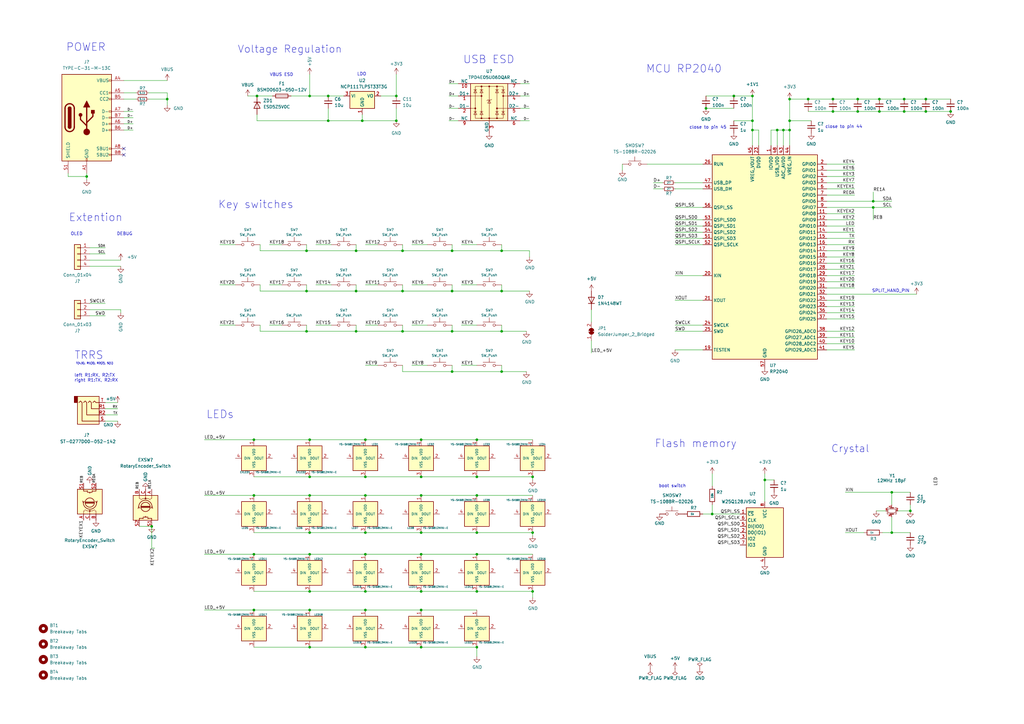
<source format=kicad_sch>
(kicad_sch (version 20231120) (generator "eeschema") (generator_version "8.0")
  (paper "A3")
  (title_block (title "Corne Left") (date "2023-10-07") (rev "4.0.0") (company "foostan"))
  (junction (at 146.05 102.87))
  (junction (at 104.14 203.2))
  (junction (at 205.74 119.38))
  (junction (at 218.44 195.58))
  (junction (at 389.89 45.72))
  (junction (at 172.72 265.43))
  (junction (at 331.47 40.64))
  (junction (at 172.72 242.57))
  (junction (at 146.05 135.89))
  (junction (at 149.86 203.2))
  (junction (at 134.62 39.37))
  (junction (at 127 195.58))
  (junction (at 308.61 39.37))
  (junction (at 125.73 135.89))
  (junction (at 172.72 195.58))
  (junction (at 289.56 44.45))
  (junction (at 323.85 40.64))
  (junction (at 104.14 227.33))
  (junction (at 341.63 40.64))
  (junction (at 127 242.57))
  (junction (at 104.14 180.34))
  (junction (at 358.14 82.55))
  (junction (at 195.58 242.57))
  (junction (at 127 203.2))
  (junction (at 379.73 45.72))
  (junction (at 148.59 49.53))
  (junction (at 379.73 40.64))
  (junction (at 172.72 250.19))
  (junction (at 165.1 102.87))
  (junction (at 360.68 45.72))
  (junction (at 360.68 40.64))
  (junction (at 185.42 102.87))
  (junction (at 105.41 39.37))
  (junction (at 185.42 152.4))
  (junction (at 195.58 203.2))
  (junction (at 127 265.43))
  (junction (at 365.76 218.44))
  (junction (at 195.58 227.33))
  (junction (at 195.58 265.43))
  (junction (at 373.38 209.55))
  (junction (at 146.05 119.38))
  (junction (at 127 218.44))
  (junction (at 172.72 203.2))
  (junction (at 195.58 195.58))
  (junction (at 35.56 72.39))
  (junction (at 125.73 119.38))
  (junction (at 205.74 152.4))
  (junction (at 185.42 119.38))
  (junction (at 321.31 53.34))
  (junction (at 300.99 39.37))
  (junction (at 308.61 53.34))
  (junction (at 172.72 227.33))
  (junction (at 125.73 102.87))
  (junction (at 162.56 49.53))
  (junction (at 149.86 242.57))
  (junction (at 292.1 210.82))
  (junction (at 127 227.33))
  (junction (at 205.74 102.87))
  (junction (at 149.86 227.33))
  (junction (at 149.86 180.34))
  (junction (at 62.23 215.9))
  (junction (at 365.76 201.93))
  (junction (at 134.62 49.53))
  (junction (at 165.1 119.38))
  (junction (at 172.72 218.44))
  (junction (at 149.86 218.44))
  (junction (at 195.58 218.44))
  (junction (at 127 39.37))
  (junction (at 341.63 45.72))
  (junction (at 149.86 265.43))
  (junction (at 318.77 53.34))
  (junction (at 172.72 180.34))
  (junction (at 149.86 250.19))
  (junction (at 218.44 242.57))
  (junction (at 185.42 135.89))
  (junction (at 162.56 39.37))
  (junction (at 68.58 40.64))
  (junction (at 358.14 85.09))
  (junction (at 323.85 53.34))
  (junction (at 104.14 250.19))
  (junction (at 218.44 218.44))
  (junction (at 127 180.34))
  (junction (at 323.85 49.53))
  (junction (at 165.1 135.89))
  (junction (at 127 250.19))
  (junction (at 370.84 45.72))
  (junction (at 351.79 45.72))
  (junction (at 351.79 40.64))
  (junction (at 308.61 49.53))
  (junction (at 313.69 196.85))
  (junction (at 195.58 180.34))
  (junction (at 205.74 135.89))
  (junction (at 149.86 195.58))
  (junction (at 370.84 40.64))
  (no_connect (at 50.8 60.96))
  (no_connect (at 50.8 63.5))
  (wire (pts (xy 156.21 39.37) (xy 162.56 39.37)))
  (wire (pts (xy 105.41 49.53) (xy 134.62 49.53)))
  (wire (pts (xy 83.82 227.33) (xy 104.14 227.33)))
  (wire (pts (xy 185.42 149.86) (xy 185.42 152.4)))
  (wire (pts (xy 146.05 102.87) (xy 165.1 102.87)))
  (wire (pts (xy 172.72 265.43) (xy 195.58 265.43)))
  (wire (pts (xy 339.09 69.85) (xy 350.52 69.85)))
  (wire (pts (xy 318.77 53.34) (xy 321.31 53.34)))
  (wire (pts (xy 289.56 39.37) (xy 300.99 39.37)))
  (wire (pts (xy 323.85 49.53) (xy 332.74 49.53)))
  (wire (pts (xy 339.09 143.51) (xy 350.52 143.51)))
  (wire (pts (xy 106.68 100.33) (xy 106.68 102.87)))
  (wire (pts (xy 189.23 100.33) (xy 195.58 100.33)))
  (wire (pts (xy 115.57 133.35) (xy 110.49 133.35)))
  (wire (pts (xy 354.33 218.44) (xy 346.71 218.44)))
  (wire (pts (xy 339.09 138.43) (xy 350.52 138.43)))
  (wire (pts (xy 83.82 180.34) (xy 104.14 180.34)))
  (wire (pts (xy 339.09 95.25) (xy 350.52 95.25)))
  (wire (pts (xy 57.15 215.9) (xy 62.23 215.9)))
  (wire (pts (xy 360.68 45.72) (xy 370.84 45.72)))
  (wire (pts (xy 311.15 53.34) (xy 308.61 53.34)))
  (wire (pts (xy 149.86 227.33) (xy 172.72 227.33)))
  (wire (pts (xy 276.86 133.35) (xy 288.29 133.35)))
  (wire (pts (xy 313.69 196.85) (xy 313.69 205.74)))
  (wire (pts (xy 168.91 133.35) (xy 175.26 133.35)))
  (wire (pts (xy 255.27 69.85) (xy 255.27 67.31)))
  (wire (pts (xy 308.61 49.53) (xy 308.61 53.34)))
  (wire (pts (xy 339.09 140.97) (xy 350.52 140.97)))
  (wire (pts (xy 331.47 40.64) (xy 341.63 40.64)))
  (wire (pts (xy 104.14 203.2) (xy 127 203.2)))
  (wire (pts (xy 323.85 59.69) (xy 323.85 53.34)))
  (wire (pts (xy 292.1 207.01) (xy 292.1 210.82)))
  (wire (pts (xy 339.09 125.73) (xy 350.52 125.73)))
  (wire (pts (xy 185.42 152.4) (xy 165.1 152.4)))
  (wire (pts (xy 168.91 100.33) (xy 175.26 100.33)))
  (wire (pts (xy 205.74 149.86) (xy 205.74 152.4)))
  (wire (pts (xy 288.29 210.82) (xy 292.1 210.82)))
  (wire (pts (xy 83.82 203.2) (xy 104.14 203.2)))
  (wire (pts (xy 134.62 39.37) (xy 140.97 39.37)))
  (wire (pts (xy 276.86 135.89) (xy 288.29 135.89)))
  (wire (pts (xy 127 227.33) (xy 149.86 227.33)))
  (wire (pts (xy 339.09 130.81) (xy 350.52 130.81)))
  (wire (pts (xy 265.43 67.31) (xy 288.29 67.31)))
  (wire (pts (xy 370.84 45.72) (xy 379.73 45.72)))
  (wire (pts (xy 189.23 133.35) (xy 195.58 133.35)))
  (wire (pts (xy 149.86 265.43) (xy 172.72 265.43)))
  (wire (pts (xy 127 242.57) (xy 149.86 242.57)))
  (wire (pts (xy 104.14 242.57) (xy 127 242.57)))
  (wire (pts (xy 35.56 73.66) (xy 35.56 72.39)))
  (wire (pts (xy 149.86 133.35) (xy 154.94 133.35)))
  (wire (pts (xy 276.86 95.25) (xy 288.29 95.25)))
  (wire (pts (xy 195.58 218.44) (xy 218.44 218.44)))
  (wire (pts (xy 165.1 152.4) (xy 165.1 149.86)))
  (wire (pts (xy 341.63 40.64) (xy 351.79 40.64)))
  (wire (pts (xy 351.79 45.72) (xy 360.68 45.72)))
  (wire (pts (xy 49.53 127) (xy 36.83 127)))
  (wire (pts (xy 134.62 49.53) (xy 134.62 44.45)))
  (wire (pts (xy 339.09 80.01) (xy 350.52 80.01)))
  (wire (pts (xy 339.09 123.19) (xy 350.52 123.19)))
  (wire (pts (xy 373.38 201.93) (xy 365.76 201.93)))
  (wire (pts (xy 276.86 113.03) (xy 288.29 113.03)))
  (wire (pts (xy 189.23 116.84) (xy 195.58 116.84)))
  (wire (pts (xy 104.14 227.33) (xy 127 227.33)))
  (wire (pts (xy 184.15 49.53) (xy 187.96 49.53)))
  (wire (pts (xy 106.68 135.89) (xy 125.73 135.89)))
  (wire (pts (xy 323.85 49.53) (xy 323.85 53.34)))
  (wire (pts (xy 365.76 218.44) (xy 365.76 212.09)))
  (wire (pts (xy 339.09 100.33) (xy 350.52 100.33)))
  (wire (pts (xy 54.61 50.8) (xy 50.8 50.8)))
  (wire (pts (xy 339.09 128.27) (xy 350.52 128.27)))
  (wire (pts (xy 35.56 72.39) (xy 27.94 72.39)))
  (wire (pts (xy 54.61 45.72) (xy 50.8 45.72)))
  (wire (pts (xy 217.17 39.37) (xy 213.36 39.37)))
  (wire (pts (xy 43.18 104.14) (xy 36.83 104.14)))
  (wire (pts (xy 339.09 115.57) (xy 350.52 115.57)))
  (wire (pts (xy 90.17 100.33) (xy 96.52 100.33)))
  (wire (pts (xy 165.1 116.84) (xy 165.1 119.38)))
  (wire (pts (xy 48.26 167.64) (xy 43.18 167.64)))
  (wire (pts (xy 104.14 195.58) (xy 127 195.58)))
  (wire (pts (xy 339.09 74.93) (xy 350.52 74.93)))
  (wire (pts (xy 149.86 116.84) (xy 154.94 116.84)))
  (wire (pts (xy 162.56 30.48) (xy 162.56 39.37)))
  (wire (pts (xy 359.41 209.55) (xy 363.22 209.55)))
  (wire (pts (xy 368.3 209.55) (xy 373.38 209.55)))
  (wire (pts (xy 127 218.44) (xy 149.86 218.44)))
  (wire (pts (xy 217.17 34.29) (xy 213.36 34.29)))
  (wire (pts (xy 90.17 133.35) (xy 96.52 133.35)))
  (wire (pts (xy 318.77 53.34) (xy 318.77 59.69)))
  (wire (pts (xy 185.42 135.89) (xy 205.74 135.89)))
  (wire (pts (xy 104.14 180.34) (xy 127 180.34)))
  (wire (pts (xy 276.86 100.33) (xy 288.29 100.33)))
  (wire (pts (xy 339.09 110.49) (xy 350.52 110.49)))
  (wire (pts (xy 43.18 129.54) (xy 36.83 129.54)))
  (wire (pts (xy 195.58 180.34) (xy 218.44 180.34)))
  (wire (pts (xy 339.09 102.87) (xy 350.52 102.87)))
  (wire (pts (xy 165.1 133.35) (xy 165.1 135.89)))
  (wire (pts (xy 162.56 49.53) (xy 162.56 44.45)))
  (wire (pts (xy 104.14 218.44) (xy 127 218.44)))
  (wire (pts (xy 195.58 195.58) (xy 218.44 195.58)))
  (wire (pts (xy 339.09 67.31) (xy 350.52 67.31)))
  (wire (pts (xy 62.23 215.9) (xy 62.23 224.79)))
  (wire (pts (xy 323.85 40.64) (xy 331.47 40.64)))
  (wire (pts (xy 149.86 250.19) (xy 172.72 250.19)))
  (wire (pts (xy 276.86 90.17) (xy 288.29 90.17)))
  (wire (pts (xy 106.68 119.38) (xy 125.73 119.38)))
  (wire (pts (xy 146.05 100.33) (xy 146.05 102.87)))
  (wire (pts (xy 308.61 39.37) (xy 308.61 49.53)))
  (wire (pts (xy 300.99 49.53) (xy 308.61 49.53)))
  (wire (pts (xy 351.79 40.64) (xy 360.68 40.64)))
  (wire (pts (xy 115.57 100.33) (xy 110.49 100.33)))
  (wire (pts (xy 373.38 207.01) (xy 373.38 209.55)))
  (wire (pts (xy 106.68 135.89) (xy 106.68 133.35)))
  (wire (pts (xy 339.09 105.41) (xy 350.52 105.41)))
  (wire (pts (xy 365.76 201.93) (xy 365.76 207.01)))
  (wire (pts (xy 127 39.37) (xy 134.62 39.37)))
  (wire (pts (xy 358.14 85.09) (xy 365.76 85.09)))
  (wire (pts (xy 205.74 102.87) (xy 217.17 102.87)))
  (wire (pts (xy 276.86 97.79) (xy 288.29 97.79)))
  (wire (pts (xy 165.1 102.87) (xy 185.42 102.87)))
  (wire (pts (xy 60.96 40.64) (xy 68.58 40.64)))
  (wire (pts (xy 205.74 133.35) (xy 205.74 135.89)))
  (wire (pts (xy 308.61 59.69) (xy 308.61 53.34)))
  (wire (pts (xy 149.86 203.2) (xy 172.72 203.2)))
  (wire (pts (xy 339.09 72.39) (xy 350.52 72.39)))
  (wire (pts (xy 339.09 113.03) (xy 350.52 113.03)))
  (wire (pts (xy 313.69 194.31) (xy 313.69 196.85)))
  (wire (pts (xy 149.86 180.34) (xy 172.72 180.34)))
  (wire (pts (xy 365.76 201.93) (xy 346.71 201.93)))
  (wire (pts (xy 54.61 48.26) (xy 50.8 48.26)))
  (wire (pts (xy 149.86 242.57) (xy 172.72 242.57)))
  (wire (pts (xy 172.72 180.34) (xy 195.58 180.34)))
  (wire (pts (xy 148.59 49.53) (xy 148.59 46.99)))
  (wire (pts (xy 48.26 172.72) (xy 43.18 172.72)))
  (wire (pts (xy 125.73 135.89) (xy 146.05 135.89)))
  (wire (pts (xy 339.09 135.89) (xy 350.52 135.89)))
  (wire (pts (xy 358.14 82.55) (xy 365.76 82.55)))
  (wire (pts (xy 172.72 250.19) (xy 195.58 250.19)))
  (wire (pts (xy 68.58 40.64) (xy 68.58 38.1)))
  (wire (pts (xy 189.23 149.86) (xy 195.58 149.86)))
  (wire (pts (xy 339.09 107.95) (xy 350.52 107.95)))
  (wire (pts (xy 115.57 116.84) (xy 110.49 116.84)))
  (wire (pts (xy 134.62 49.53) (xy 148.59 49.53)))
  (wire (pts (xy 185.42 100.33) (xy 185.42 102.87)))
  (wire (pts (xy 321.31 53.34) (xy 321.31 59.69)))
  (wire (pts (xy 276.86 143.51) (xy 288.29 143.51)))
  (wire (pts (xy 106.68 116.84) (xy 106.68 119.38)))
  (wire (pts (xy 311.15 59.69) (xy 311.15 53.34)))
  (wire (pts (xy 119.38 39.37) (xy 127 39.37)))
  (wire (pts (xy 267.97 74.93) (xy 271.78 74.93)))
  (wire (pts (xy 316.23 53.34) (xy 318.77 53.34)))
  (wire (pts (xy 360.68 40.64) (xy 370.84 40.64)))
  (wire (pts (xy 149.86 218.44) (xy 172.72 218.44)))
  (wire (pts (xy 43.18 101.6) (xy 36.83 101.6)))
  (wire (pts (xy 172.72 195.58) (xy 195.58 195.58)))
  (wire (pts (xy 172.72 242.57) (xy 195.58 242.57)))
  (wire (pts (xy 146.05 119.38) (xy 165.1 119.38)))
  (wire (pts (xy 313.69 196.85) (xy 317.5 196.85)))
  (wire (pts (xy 165.1 100.33) (xy 165.1 102.87)))
  (wire (pts (xy 48.26 165.1) (xy 43.18 165.1)))
  (wire (pts (xy 276.86 92.71) (xy 288.29 92.71)))
  (wire (pts (xy 105.41 39.37) (xy 111.76 39.37)))
  (wire (pts (xy 217.17 49.53) (xy 213.36 49.53)))
  (wire (pts (xy 83.82 250.19) (xy 104.14 250.19)))
  (wire (pts (xy 276.86 77.47) (xy 288.29 77.47)))
  (wire (pts (xy 55.88 40.64) (xy 50.8 40.64)))
  (wire (pts (xy 146.05 116.84) (xy 146.05 119.38)))
  (wire (pts (xy 172.72 203.2) (xy 195.58 203.2)))
  (wire (pts (xy 276.86 123.19) (xy 288.29 123.19)))
  (wire (pts (xy 323.85 40.64) (xy 323.85 49.53)))
  (wire (pts (xy 48.26 170.18) (xy 43.18 170.18)))
  (wire (pts (xy 292.1 194.31) (xy 292.1 199.39)))
  (wire (pts (xy 339.09 77.47) (xy 350.52 77.47)))
  (wire (pts (xy 379.73 45.72) (xy 389.89 45.72)))
  (wire (pts (xy 129.54 116.84) (xy 135.89 116.84)))
  (wire (pts (xy 379.73 40.64) (xy 389.89 40.64)))
  (wire (pts (xy 365.76 218.44) (xy 361.95 218.44)))
  (wire (pts (xy 316.23 53.34) (xy 316.23 59.69)))
  (wire (pts (xy 300.99 39.37) (xy 308.61 39.37)))
  (wire (pts (xy 276.86 74.93) (xy 288.29 74.93)))
  (wire (pts (xy 125.73 102.87) (xy 146.05 102.87)))
  (wire (pts (xy 172.72 227.33) (xy 195.58 227.33)))
  (wire (pts (xy 205.74 152.4) (xy 185.42 152.4)))
  (wire (pts (xy 195.58 203.2) (xy 218.44 203.2)))
  (wire (pts (xy 60.96 38.1) (xy 68.58 38.1)))
  (wire (pts (xy 49.53 109.22) (xy 36.83 109.22)))
  (wire (pts (xy 195.58 265.43) (xy 195.58 269.24)))
  (wire (pts (xy 323.85 53.34) (xy 321.31 53.34)))
  (wire (pts (xy 149.86 149.86) (xy 154.94 149.86)))
  (wire (pts (xy 101.6 39.37) (xy 105.41 39.37)))
  (wire (pts (xy 185.42 133.35) (xy 185.42 135.89)))
  (wire (pts (xy 49.53 106.68) (xy 36.83 106.68)))
  (wire (pts (xy 127 180.34) (xy 149.86 180.34)))
  (wire (pts (xy 339.09 118.11) (xy 350.52 118.11)))
  (wire (pts (xy 149.86 100.33) (xy 154.94 100.33)))
  (wire (pts (xy 195.58 227.33) (xy 218.44 227.33)))
  (wire (pts (xy 146.05 135.89) (xy 165.1 135.89)))
  (wire (pts (xy 339.09 92.71) (xy 350.52 92.71)))
  (wire (pts (xy 373.38 218.44) (xy 365.76 218.44)))
  (wire (pts (xy 339.09 87.63) (xy 350.52 87.63)))
  (wire (pts (xy 217.17 44.45) (xy 213.36 44.45)))
  (wire (pts (xy 217.17 102.87) (xy 217.17 105.41)))
  (wire (pts (xy 218.44 218.44) (xy 218.44 219.71)))
  (wire (pts (xy 127 203.2) (xy 149.86 203.2)))
  (wire (pts (xy 205.74 119.38) (xy 217.17 119.38)))
  (wire (pts (xy 27.94 72.39) (xy 27.94 71.12)))
  (wire (pts (xy 172.72 218.44) (xy 195.58 218.44)))
  (wire (pts (xy 339.09 85.09) (xy 358.14 85.09)))
  (wire (pts (xy 149.86 195.58) (xy 172.72 195.58)))
  (wire (pts (xy 358.14 90.17) (xy 358.14 85.09)))
  (wire (pts (xy 292.1 210.82) (xy 303.53 210.82)))
  (wire (pts (xy 215.9 152.4) (xy 205.74 152.4)))
  (wire (pts (xy 205.74 116.84) (xy 205.74 119.38)))
  (wire (pts (xy 185.42 119.38) (xy 205.74 119.38)))
  (wire (pts (xy 68.58 43.18) (xy 68.58 40.64)))
  (wire (pts (xy 50.8 33.02) (xy 68.58 33.02)))
  (wire (pts (xy 125.73 100.33) (xy 125.73 102.87)))
  (wire (pts (xy 339.09 90.17) (xy 350.52 90.17)))
  (wire (pts (xy 125.73 133.35) (xy 125.73 135.89)))
  (wire (pts (xy 148.59 49.53) (xy 162.56 49.53)))
  (wire (pts (xy 106.68 102.87) (xy 125.73 102.87)))
  (wire (pts (xy 129.54 100.33) (xy 135.89 100.33)))
  (wire (pts (xy 341.63 45.72) (xy 351.79 45.72)))
  (wire (pts (xy 146.05 133.35) (xy 146.05 135.89)))
  (wire (pts (xy 370.84 40.64) (xy 379.73 40.64)))
  (wire (pts (xy 205.74 135.89) (xy 215.9 135.89)))
  (wire (pts (xy 358.14 78.74) (xy 358.14 82.55)))
  (wire (pts (xy 35.56 71.12) (xy 35.56 72.39)))
  (wire (pts (xy 129.54 133.35) (xy 135.89 133.35)))
  (wire (pts (xy 49.53 128.27) (xy 49.53 127)))
  (wire (pts (xy 62.23 224.79) (xy 63.5 224.79)))
  (wire (pts (xy 184.15 34.29) (xy 187.96 34.29)))
  (wire (pts (xy 127 195.58) (xy 149.86 195.58)))
  (wire (pts (xy 127 250.19) (xy 149.86 250.19)))
  (wire (pts (xy 218.44 242.57) (xy 218.44 245.11)))
  (wire (pts (xy 127 265.43) (xy 149.86 265.43)))
  (wire (pts (xy 184.15 39.37) (xy 187.96 39.37)))
  (wire (pts (xy 104.14 250.19) (xy 127 250.19)))
  (wire (pts (xy 339.09 97.79) (xy 350.52 97.79)))
  (wire (pts (xy 90.17 116.84) (xy 96.52 116.84)))
  (wire (pts (xy 168.91 116.84) (xy 175.26 116.84)))
  (wire (pts (xy 185.42 116.84) (xy 185.42 119.38)))
  (wire (pts (xy 242.57 127) (xy 242.57 132.08)))
  (wire (pts (xy 105.41 49.53) (xy 105.41 46.99)))
  (wire (pts (xy 289.56 44.45) (xy 300.99 44.45)))
  (wire (pts (xy 125.73 116.84) (xy 125.73 119.38)))
  (wire (pts (xy 267.97 77.47) (xy 271.78 77.47)))
  (wire (pts (xy 195.58 242.57) (xy 218.44 242.57)))
  (wire (pts (xy 276.86 85.09) (xy 288.29 85.09)))
  (wire (pts (xy 331.47 45.72) (xy 341.63 45.72)))
  (wire (pts (xy 184.15 44.45) (xy 187.96 44.45)))
  (wire (pts (xy 43.18 124.46) (xy 36.83 124.46)))
  (wire (pts (xy 54.61 53.34) (xy 50.8 53.34)))
  (wire (pts (xy 339.09 120.65) (xy 375.92 120.65)))
  (wire (pts (xy 185.42 102.87) (xy 205.74 102.87)))
  (wire (pts (xy 205.74 100.33) (xy 205.74 102.87)))
  (wire (pts (xy 165.1 135.89) (xy 185.42 135.89)))
  (wire (pts (xy 242.57 139.7) (xy 242.57 144.78)))
  (wire (pts (xy 127 30.48) (xy 127 39.37)))
  (wire (pts (xy 218.44 195.58) (xy 218.44 196.85)))
  (wire (pts (xy 339.09 82.55) (xy 358.14 82.55)))
  (wire (pts (xy 55.88 38.1) (xy 50.8 38.1)))
  (wire (pts (xy 125.73 119.38) (xy 146.05 119.38)))
  (wire (pts (xy 168.91 149.86) (xy 175.26 149.86)))
  (wire (pts (xy 165.1 119.38) (xy 185.42 119.38)))
  (wire (pts (xy 104.14 265.43) (xy 127 265.43)))
  (text "MCU RP2040" (at 264.922 30.226 0) (effects (font (size 3.175 3.175)) (justify left bottom)))
  (text "Key switches" (at 89.408 85.852 0) (effects (font (size 3.175 3.175)) (justify left bottom)))
  (text "OLED" (at 28.956 96.774 0) (effects (font (size 1.27 1.27)) (justify left bottom)))
  (text "close to pin 45" (at 282.702 53.086 0) (effects (font (size 1.27 1.27)) (justify left bottom)))
  (text "DEBUG" (at 47.879 96.774 0) (effects (font (size 1.27 1.27)) (justify left bottom)))
  (text "USB ESD" (at 189.865 26.416 0) (effects (font (size 3.175 3.175)) (justify left bottom)))
  (text "Voltage Regulation\n" (at 118.872 20.32 0) (effects (font (size 3 3))))
  (text "Flash memory" (at 268.478 183.896 0) (effects (font (size 3.175 3.175)) (justify left bottom)))
  (text "POWER\n" (at 27.051 21.336 0) (effects (font (size 3.175 3.175)) (justify left bottom)))
  (text "LEDs" (at 84.582 171.958 0) (effects (font (size 3.175 3.175)) (justify left bottom)))
  (text "left R1:RX, R2:TX\nright R1:TX, R2:RX" (at 30.48 156.845 0) (effects (font (size 1.27 1.27)) (justify left bottom)))
  (text "Crystal" (at 348.742 184.15 0) (effects (font (size 3 3))))
  (text "VBUS ESD" (at 110.617 31.496 0) (effects (font (size 1.27 1.27)) (justify left bottom)))
  (text "LDO" (at 146.431 31.242 0) (effects (font (size 1.27 1.27)) (justify left bottom)))
  (text "Extention" (at 28.194 91.186 0) (effects (font (size 3.175 3.175)) (justify left bottom)))
  (text "TRRS" (at 30.48 147.701 0) (effects (font (size 3.175 3.175)) (justify left bottom)))
  (text "T(4,5), R1(3), R2(2), S(1)\n" (at 31.115 149.606 0) (effects (font (size 0.762 0.762)) (justify left bottom)))
  (text "SPLIT_HAND_PIN" (at 357.632 120.142 0) (effects (font (size 1.27 1.27)) (justify left bottom)))
  (text "boot switch" (at 270.129 200.152 0) (effects (font (size 1.27 1.27)) (justify left bottom)))
  (text "close to pin 44" (at 338.455 52.832 0) (effects (font (size 1.27 1.27)) (justify left bottom)))
  (label "KEY8" (at 350.52 105.41 180))
  (label "KEY9" (at 350.52 102.87 180))
  (label "KEY8" (at 168.91 149.86 0))
  (label "XOUT" (at 346.71 218.44 0))
  (label "RX" (at 350.52 100.33 180))
  (label "QSPI_SD2" (at 276.86 95.25 0))
  (label "SCL" (at 43.18 104.14 180) (effects (font (size 1 1))))
  (label "LED_+5V" (at 83.82 180.34 0))
  (label "KEY3" (at 189.23 116.84 0))
  (label "QSPI_SCLK" (at 276.86 100.33 0))
  (label "RE1A" (at 358.14 78.74 0))
  (label "KEY2" (at 350.52 90.17 180))
  (label "D+" (at 267.97 74.93 0))
  (label "D+" (at 217.17 39.37 180) (effects (font (size 1 1))))
  (label "REB" (at 358.14 90.17 0))
  (label "D-" (at 267.97 77.47 0))
  (label "QSPI_SS" (at 303.53 210.82 180))
  (label "LED_+5V" (at 242.57 144.78 0))
  (label "SDA" (at 43.18 101.6 180) (effects (font (size 1 1))))
  (label "D+" (at 184.15 34.29 0) (effects (font (size 1 1))))
  (label "REB" (at 57.15 200.66 90) (effects (font (size 1 1))))
  (label "KEY5" (at 168.91 100.33 0))
  (label "RE0A" (at 39.37 198.12 90) (effects (font (size 1 1))))
  (label "LED" (at 350.52 92.71 180))
  (label "KEY21" (at 90.17 133.35 0))
  (label "RX" (at 48.26 167.64 180) (effects (font (size 1 1))))
  (label "KEY17" (at 350.52 113.03 180))
  (label "KEY1" (at 350.52 95.25 180))
  (label "TX" (at 350.52 97.79 180))
  (label "KEY5" (at 350.52 143.51 180))
  (label "D+" (at 54.61 50.8 180) (effects (font (size 1 1))))
  (label "KEY16" (at 350.52 107.95 180))
  (label "KEY3" (at 350.52 72.39 180))
  (label "KEYEX2" (at 350.52 87.63 180))
  (label "D+" (at 184.15 39.37 0) (effects (font (size 1 1))))
  (label "KEY17" (at 110.49 116.84 0))
  (label "KEY10" (at 350.52 140.97 180))
  (label "D-" (at 54.61 48.26 180) (effects (font (size 1 1))))
  (label "QSPI_SD1" (at 276.86 92.71 0))
  (label "TX" (at 48.26 170.18 180) (effects (font (size 1 1))))
  (label "KEY4" (at 350.52 67.31 180))
  (label "QSPI_SD0" (at 303.53 215.9 180))
  (label "KEY20" (at 350.52 115.57 180))
  (label "QSPI_SD1" (at 303.53 218.44 180))
  (label "SWCLK" (at 43.18 124.46 180))
  (label "D+" (at 217.17 34.29 180) (effects (font (size 1 1))))
  (label "SCL" (at 365.76 85.09 180))
  (label "QSPI_SCLK" (at 303.53 213.36 180))
  (label "D-" (at 217.17 49.53 180) (effects (font (size 1 1))))
  (label "KEY20" (at 90.17 116.84 0))
  (label "KEY4" (at 189.23 100.33 0))
  (label "KEY11" (at 350.52 138.43 180))
  (label "KEY14" (at 350.52 128.27 180))
  (label "RE0A" (at 350.52 80.01 180))
  (label "D+" (at 54.61 53.34 180) (effects (font (size 1 1))))
  (label "KEY18" (at 110.49 100.33 0))
  (label "XIN" (at 346.71 201.93 0))
  (label "QSPI_SS" (at 276.86 85.09 0))
  (label "LED_+5V" (at 83.82 203.2 0))
  (label "KEYEX1" (at 34.29 213.36 270))
  (label "KEY7" (at 168.91 133.35 0))
  (label "KEY14" (at 129.54 116.84 0))
  (label "RE1A" (at 62.23 200.66 90) (effects (font (size 1 1))))
  (label "SWCLK" (at 276.86 133.35 0))
  (label "KEY1" (at 189.23 149.86 0))
  (label "KEY2" (at 189.23 133.35 0))
  (label "QSPI_SD2" (at 303.53 220.98 180))
  (label "QSPI_SD3" (at 303.53 223.52 180))
  (label "SWD" (at 43.18 129.54 180))
  (label "KEY13" (at 350.52 125.73 180))
  (label "KEY18" (at 350.52 118.11 180))
  (label "KEY7" (at 350.52 74.93 180))
  (label "KEY6" (at 168.91 116.84 0))
  (label "XOUT" (at 276.86 123.19 0))
  (label "D-" (at 217.17 44.45 180) (effects (font (size 1 1))))
  (label "KEY9" (at 149.86 149.86 0))
  (label "KEY15" (at 350.52 130.81 180))
  (label "KEY13" (at 129.54 100.33 0))
  (label "XIN" (at 276.86 113.03 0))
  (label "KEYEX2" (at 63.5 224.79 270))
  (label "KEY15" (at 129.54 133.35 0))
  (label "KEY10" (at 149.86 133.35 0))
  (label "SDA" (at 365.76 82.55 180))
  (label "D-" (at 184.15 44.45 0) (effects (font (size 1 1))))
  (label "LED" (at 384.81 195.58 270))
  (label "KEYEX1" (at 350.52 77.47 180))
  (label "KEY12" (at 149.86 100.33 0))
  (label "D-" (at 184.15 49.53 0) (effects (font (size 1 1))))
  (label "SWD" (at 276.86 135.89 0))
  (label "D-" (at 54.61 45.72 180) (effects (font (size 1 1))))
  (label "KEY6" (at 350.52 69.85 180))
  (label "REB" (at 34.29 198.12 90) (effects (font (size 1 1))))
  (label "KEY19" (at 350.52 123.19 180))
  (label "LED_+5V" (at 83.82 250.19 0))
  (label "LED_+5V" (at 83.82 227.33 0))
  (label "KEY16" (at 110.49 133.35 0))
  (label "QSPI_SD3" (at 276.86 97.79 0))
  (label "KEY19" (at 90.17 100.33 0))
  (label "QSPI_SD0" (at 276.86 90.17 0))
  (label "KEY11" (at 149.86 116.84 0))
  (label "KEY12" (at 350.52 135.89 180))
  (label "KEY21" (at 350.52 110.49 180))
  (symbol (lib_id "power:GND") (at 68.58 43.18 0) (unit 1)
    (property "Reference" "#PWR?" (effects (hide yes)))
    (property "Value" "GND" (at 71.12 44.4499 0) (effects (justify left)))
    (instances (project "corne-cherry" (path "" (reference "#PWR?") (unit 1)) (path "" (reference "#PWR05") (unit 1))))
  )
  (symbol (lib_id "power:GND") (at 59.69 200.66 180) (unit 1)
    (property "Reference" "#PWR?" (effects (hide yes)))
    (property "Value" "GND" (at 59.69 195.58 90))
    (instances (project "corne-cherry" (path "" (reference "#PWR?") (unit 1)) (path "" (reference "#PWR055") (unit 1))))
  )
  (symbol (lib_id "kbd_local:YS-SK6812MINI-E") (at 104.14 257.81 0) (unit 1)
    (property "Reference" "LED17" (at 106.045 252.095 0) (effects (font (size 0.7366 0.7366)) (justify left)))
    (property "Value" "YS-SK6812MINI-E" (at 93.345 252.095 0) (effects (font (size 0.7366 0.7366)) (justify left)))
    (property "Footprint" "kbd_local:YS-SK6812MINI-E" (effects (hide yes)))
  )
  (symbol (lib_id "Device:R_Small") (at 274.32 74.93 90) (unit 1)
    (property "Reference" "R?" (at 274.32 73.025 90))
    (property "Value" "27" (at 274.32 74.93 90) (effects (font (size 0.762 0.762))))
    (property "Footprint" "Resistor_SMD:R_0402_1005Metric" (effects (hide yes)))
    (instances (project "corne-cherry" (path "" (reference "R?") (unit 1)) (path "" (reference "R4") (unit 1))))
  )
  (symbol (lib_id "Switch:SW_Push") (at 180.34 100.33 0) (unit 1)
    (property "Reference" "SW?" (at 180.34 94.234 0) (effects (font (size 1 1))))
    (property "Value" "SW_Push" (at 180.34 96.266 0) (effects (font (size 1 1))))
    (property "Footprint" "kbd:keyswitch_cherrymx_hotswap_1u" (effects (hide yes)))
    (instances (project "corne-cherry" (path "" (reference "SW?") (unit 1)) (path "" (reference "SW5") (unit 1))))
  )
  (symbol (lib_id "power:+3V3") (at 313.69 194.31 0) (unit 1)
    (property "Reference" "#PWR?" (effects (hide yes)))
    (property "Value" "+3V3" (at 313.69 189.484 0))
    (instances (project "corne-cherry" (path "" (reference "#PWR?") (unit 1)) (path "" (reference "#PWR039") (unit 1))))
  )
  (symbol (lib_name "SW_Push_1") (lib_id "Switch:SW_Push") (at 200.66 100.33 0) (unit 1)
    (property "Reference" "SW?" (at 200.66 94.234 0) (effects (font (size 1 1))))
    (property "Value" "SW_Push" (at 200.66 96.266 0) (effects (font (size 1 1))))
    (property "Footprint" "kbd:keyswitch_cherrymx_hotswap_1u" (effects (hide yes)))
    (instances (project "corne-cherry" (path "" (reference "SW?") (unit 1)) (path "" (reference "SW4") (unit 1))))
  )
  (symbol (lib_id "kbd_local:YS-SK6812MINI-E") (at 149.86 210.82 0) (unit 1)
    (property "Reference" "LED7" (at 144.145 216.535 0) (effects (font (size 0.7366 0.7366)) (justify left)))
    (property "Value" "YS-SK6812MINI-E" (at 150.495 216.535 0) (effects (font (size 0.7366 0.7366)) (justify left)))
    (property "Footprint" "kbd_local:YS-SK6812MINI-E" (effects (hide yes)))
  )
  (symbol (lib_id "Switch:SW_Push") (at 160.02 100.33 0) (unit 1)
    (property "Reference" "SW?" (at 160.02 94.234 0) (effects (font (size 1 1))))
    (property "Value" "SW_Push" (at 160.02 96.266 0) (effects (font (size 1 1))))
    (property "Footprint" "kbd:keyswitch_cherrymx_hotswap_1u" (effects (hide yes)))
    (instances (project "corne-cherry" (path "" (reference "SW?") (unit 1)) (path "" (reference "SW12") (unit 1))))
  )
  (symbol (lib_id "Switch:SW_Push") (at 180.34 133.35 0) (unit 1)
    (property "Reference" "SW?" (at 180.34 127.254 0) (effects (font (size 1 1))))
    (property "Value" "SW_Push" (at 180.34 129.286 0) (effects (font (size 1 1))))
    (property "Footprint" "kbd:keyswitch_cherrymx_hotswap_1u" (effects (hide yes)))
    (instances (project "corne-cherry" (path "" (reference "SW?") (unit 1)) (path "" (reference "SW7") (unit 1))))
  )
  (symbol (lib_id "power:GND") (at 359.41 209.55 0) (mirror y) (unit 1)
    (property "Reference" "#PWR010" (effects (hide yes)))
    (property "Value" "GND" (at 359.41 213.995 0))
  )
  (symbol (lib_id "power:VBUS") (at 101.6 39.37 0) (unit 1)
    (property "Reference" "#PWR023" (effects (hide yes)))
    (property "Value" "VBUS" (at 101.6 34.798 0))
  )
  (symbol (lib_id "power:VBUS") (at 266.7 274.32 0) (unit 1)
    (property "Reference" "#PWR?" (effects (hide yes)))
    (property "Value" "VBUS" (at 266.7 269.24 0))
    (instances (project "corne-cherry" (path "" (reference "#PWR?") (unit 1)) (path "" (reference "#PWR011") (unit 1))))
  )
  (symbol (lib_id "MCU_RaspberryPi:RP2040") (at 313.69 105.41 0) (unit 1)
    (property "Reference" "U?" (at 315.6459 149.86 0) (effects (justify left)))
    (property "Value" "RP2040" (at 315.6459 152.4 0) (effects (justify left)))
    (property "Footprint" "Package_DFN_QFN:QFN-56-1EP_7x7mm_P0.4mm_EP3.2x3.2mm" (effects (hide yes)))
    (property "Datasheet" "https://datasheets.raspberrypi.com/rp2040/rp2040-datasheet.pdf" (effects (hide yes)))
    (property "JLCPCB Part #" "C2040" (effects (hide yes)))
    (instances (project "corne-cherry" (path "" (reference "U?") (unit 1)) (path "" (reference "U1") (unit 1))))
  )
  (symbol (lib_id "power:GND") (at 48.26 172.72 0) (mirror y) (unit 1)
    (property "Reference" "#PWR?" (effects (hide yes)))
    (property "Value" "GND" (at 42.418 174.244 0) (effects (justify right)))
    (instances (project "corne-cherry" (path "" (reference "#PWR?") (unit 1)) (path "" (reference "#PWR057") (unit 1))))
  )
  (symbol (lib_id "kbd_local:YS-SK6812MINI-E") (at 127 210.82 0) (unit 1)
    (property "Reference" "LED6" (at 121.285 216.535 0) (effects (font (size 0.7366 0.7366)) (justify left)))
    (property "Value" "YS-SK6812MINI-E" (at 127.635 216.535 0) (effects (font (size 0.7366 0.7366)) (justify left)))
    (property "Footprint" "kbd_local:YS-SK6812MINI-E" (effects (hide yes)))
  )
  (symbol (lib_id "Switch:SW_Push") (at 101.6 133.35 0) (unit 1)
    (property "Reference" "SW?" (at 101.6 127.254 0) (effects (font (size 1 1))))
    (property "Value" "SW_Push" (at 101.6 129.286 0) (effects (font (size 1 1))))
    (property "Footprint" "kbd:keyswitch_cherrymx_hotswap_1u" (effects (hide yes)))
    (instances (project "corne-cherry" (path "" (reference "SW?") (unit 1)) (path "" (reference "SW21") (unit 1))))
  )
  (symbol (lib_id "kbd_local:YS-SK6812MINI-E") (at 172.72 257.81 0) (unit 1)
    (property "Reference" "LED20" (at 167.64 263.525 0) (effects (font (size 0.7366 0.7366)) (justify left)))
    (property "Value" "YS-SK6812MINI-E" (at 173.355 263.525 0) (effects (font (size 0.7366 0.7366)) (justify left)))
    (property "Footprint" "kbd_local:YS-SK6812MINI-E" (effects (hide yes)))
  )
  (symbol (lib_id "kbd_local:YS-SK6812MINI-E") (at 218.44 210.82 0) (unit 1)
    (property "Reference" "LED10" (at 220.345 205.105 0) (effects (font (size 0.7366 0.7366)) (justify left)))
    (property "Value" "YS-SK6812MINI-E" (at 207.645 205.105 0) (effects (font (size 0.7366 0.7366)) (justify left)))
    (property "Footprint" "kbd_local:YS-SK6812MINI-E" (effects (hide yes)))
  )
  (symbol (lib_id "kbd_local:YS-SK6812MINI-E") (at 195.58 257.81 0) (unit 1)
    (property "Reference" "LED21" (at 190.5 263.525 0) (effects (font (size 0.7366 0.7366)) (justify left)))
    (property "Value" "YS-SK6812MINI-E" (at 196.215 263.525 0) (effects (font (size 0.7366 0.7366)) (justify left)))
    (property "Footprint" "kbd_local:YS-SK6812MINI-E" (effects (hide yes)))
  )
  (symbol (lib_id "power:GND") (at 218.44 196.85 0) (unit 1)
    (property "Reference" "#PWR?" (effects (hide yes)))
    (property "Value" "GND" (at 218.567 201.2442 0))
    (instances (project "corne-cherry" (path "" (reference "#PWR?") (unit 1)) (path "" (reference "#PWR035") (unit 1))))
  )
  (symbol (lib_id "kbd_local:YS-SK6812MINI-E") (at 127 187.96 0) (unit 1)
    (property "Reference" "EXLED2" (at 121.285 193.675 0) (effects (font (size 0.7366 0.7366)) (justify left)))
    (property "Value" "YS-SK6812MINI-E" (at 127.635 193.675 0) (effects (font (size 0.7366 0.7366)) (justify left)))
    (property "Footprint" "kbd_local:YS-SK6812MINI-E" (effects (hide yes)))
  )
  (symbol (lib_id "Switch:SW_Push") (at 101.6 100.33 0) (unit 1)
    (property "Reference" "SW?" (at 101.6 94.234 0) (effects (font (size 1 1))))
    (property "Value" "SW_Push" (at 101.6 96.266 0) (effects (font (size 1 1))))
    (property "Footprint" "kbd:keyswitch_cherrymx_hotswap_1u" (effects (hide yes)))
    (instances (project "corne-cherry" (path "" (reference "SW?") (unit 1)) (path "" (reference "SW19") (unit 1))))
  )
  (symbol (lib_id "Device:R") (at 358.14 218.44 270) (mirror x) (unit 1)
    (property "Reference" "R3" (at 356.87 220.98 90) (effects (justify left)))
    (property "Value" "1k" (at 356.87 218.44 90) (effects (font (size 0.762 0.762)) (justify left)))
    (property "Footprint" "Resistor_SMD:R_0402_1005Metric" (effects (hide yes)))
  )
  (symbol (lib_id "power:GND") (at 332.74 54.61 0) (unit 1)
    (property "Reference" "#PWR?" (effects (hide yes)))
    (property "Value" "GND" (at 332.74 59.055 0))
    (instances (project "corne-cherry" (path "" (reference "#PWR?") (unit 1)) (path "" (reference "#PWR020") (unit 1))))
  )
  (symbol (lib_id "Diode:1N4148WT") (at 242.57 123.19 90) (unit 1)
    (property "Reference" "D?" (at 245.11 121.92 90) (effects (justify right)))
    (property "Value" "1N4148WT" (at 245.11 124.46 90) (effects (justify right)))
    (property "Footprint" "Diode_SMD:D_SOD-523" (effects (hide yes)))
    (property "Datasheet" "https://www.diodes.com/assets/Datasheets/ds30396.pdf" (effects (hide yes)))
    (property "JLCPCB Part #" "C232841" (effects (hide yes)))
    (instances (project "corne-cherry" (path "" (reference "D?") (unit 1)) (path "" (reference "D1") (unit 1))))
  )
  (symbol (lib_id "kbd_local:YS-SK6812MINI-E") (at 172.72 210.82 0) (unit 1)
    (property "Reference" "LED8" (at 167.005 216.535 0) (effects (font (size 0.7366 0.7366)) (justify left)))
    (property "Value" "YS-SK6812MINI-E" (at 173.355 216.535 0) (effects (font (size 0.7366 0.7366)) (justify left)))
    (property "Footprint" "kbd_local:YS-SK6812MINI-E" (effects (hide yes)))
  )
  (symbol (lib_id "Switch:SW_Push") (at 180.34 116.84 0) (unit 1)
    (property "Reference" "SW?" (at 180.34 110.744 0) (effects (font (size 1 1))))
    (property "Value" "SW_Push" (at 180.34 112.776 0) (effects (font (size 1 1))))
    (property "Footprint" "kbd:keyswitch_cherrymx_hotswap_1u" (effects (hide yes)))
    (instances (project "corne-cherry" (path "" (reference "SW?") (unit 1)) (path "" (reference "SW6") (unit 1))))
  )
  (symbol (lib_id "power:+5V") (at 49.53 106.68 0) (mirror y) (unit 1)
    (property "Reference" "#PWR?" (effects (hide yes)))
    (property "Value" "+5V" (at 52.07 105.4099 0) (effects (justify right)))
    (instances (project "corne-cherry" (path "" (reference "#PWR?") (unit 1)) (path "" (reference "#PWR061") (unit 1))))
  )
  (symbol (lib_id "Device:Crystal_GND24_Small") (at 365.76 209.55 90) (mirror x) (unit 1)
    (property "Reference" "Y1" (at 366.014 195.072 90))
    (property "Value" "12MHz 18pF" (at 365.76 197.104 90))
    (property "Footprint" "Crystal:Crystal_SMD_3225-4Pin_3.2x2.5mm" (effects (hide yes)))
    (property "Description" "12MHz 18pF ±20ppm SMD3225-4P Crystals ROHS" (effects (hide yes)))
    (property "MFR.Part #" "Q22FA23V0041800" (effects (hide yes)))
    (property "JLCPCB Part #" "C91749" (effects (hide yes)))
  )
  (symbol (lib_id "kbd_local:YS-SK6812MINI-E") (at 149.86 257.81 0) (unit 1)
    (property "Reference" "LED19" (at 144.78 263.525 0) (effects (font (size 0.7366 0.7366)) (justify left)))
    (property "Value" "YS-SK6812MINI-E" (at 150.495 263.525 0) (effects (font (size 0.7366 0.7366)) (justify left)))
    (property "Footprint" "kbd_local:YS-SK6812MINI-E" (effects (hide yes)))
  )
  (symbol (lib_id "Switch:SW_Push") (at 200.66 149.86 0) (unit 1)
    (property "Reference" "SW?" (at 200.66 143.764 0) (effects (font (size 1 1))))
    (property "Value" "SW_Push" (at 200.66 145.796 0) (effects (font (size 1 1))))
    (property "Footprint" "kbd:keyswitch_cherrymx_hotswap_1.5u" (effects (hide yes)))
    (instances (project "corne-cherry" (path "" (reference "SW?") (unit 1)) (path "" (reference "SW1") (unit 1))))
  )
  (symbol (lib_id "Switch:SW_Push") (at 140.97 116.84 0) (unit 1)
    (property "Reference" "SW?" (at 140.97 110.744 0) (effects (font (size 1 1))))
    (property "Value" "SW_Push" (at 140.97 112.776 0) (effects (font (size 1 1))))
    (property "Footprint" "kbd:keyswitch_cherrymx_hotswap_1u" (effects (hide yes)))
    (instances (project "corne-cherry" (path "" (reference "SW?") (unit 1)) (path "" (reference "SW14") (unit 1))))
  )
  (symbol (lib_id "Mechanical:MountingHole") (at 17.78 264.16 0) (unit 1)
    (property "Reference" "BT2" (at 20.32 262.89 0) (effects (justify left)))
    (property "Value" "Breakaway Tabs" (at 20.32 265.43 0) (effects (justify left)))
    (property "Footprint" "kbd_local:Breakaway_Tabs" (effects (hide yes)))
  )
  (symbol (lib_id "Device:C_Small") (at 373.38 220.98 0) (mirror x) (unit 1)
    (property "Reference" "C2" (at 376.428 220.472 0) (effects (justify left)))
    (property "Value" "27p" (at 376.174 222.25 0) (effects (justify left)))
    (property "Footprint" "Capacitor_SMD:C_0402_1005Metric" (effects (hide yes)))
  )
  (symbol (lib_id "Switch:SW_Push") (at 120.65 116.84 0) (unit 1)
    (property "Reference" "SW?" (at 120.65 110.744 0) (effects (font (size 1 1))))
    (property "Value" "SW_Push" (at 120.65 112.776 0) (effects (font (size 1 1))))
    (property "Footprint" "kbd:keyswitch_cherrymx_hotswap_1u" (effects (hide yes)))
    (instances (project "corne-cherry" (path "" (reference "SW?") (unit 1)) (path "" (reference "SW17") (unit 1))))
  )
  (symbol (lib_id "kbd_local:YS-SK6812MINI-E") (at 195.58 234.95 0) (unit 1)
    (property "Reference" "LED13" (at 190.5 240.665 0) (effects (font (size 0.7366 0.7366)) (justify left)))
    (property "Value" "YS-SK6812MINI-E" (at 196.215 240.665 0) (effects (font (size 0.7366 0.7366)) (justify left)))
    (property "Footprint" "kbd_local:YS-SK6812MINI-E" (effects (hide yes)))
  )
  (symbol (lib_id "power:GND") (at 313.69 231.14 0) (unit 1)
    (property "Reference" "#PWR?" (effects (hide yes)))
    (property "Value" "GND" (at 313.69 234.95 0))
    (instances (project "corne-cherry" (path "" (reference "#PWR?") (unit 1)) (path "" (reference "#PWR040") (unit 1))))
  )
  (symbol (lib_id "kbd_local:YS-SK6812MINI-E") (at 195.58 210.82 0) (unit 1)
    (property "Reference" "LED9" (at 198.12 205.105 0) (effects (font (size 0.7366 0.7366)) (justify left)))
    (property "Value" "YS-SK6812MINI-E" (at 184.785 205.105 0) (effects (font (size 0.7366 0.7366)) (justify left)))
    (property "Footprint" "kbd_local:YS-SK6812MINI-E" (effects (hide yes)))
  )
  (symbol (lib_id "power:GND") (at 49.53 128.27 0) (mirror y) (unit 1)
    (property "Reference" "#PWR?" (effects (hide yes)))
    (property "Value" "GND" (at 49.53 132.08 90) (effects (justify right)))
    (instances (project "corne-cherry" (path "" (reference "#PWR?") (unit 1)) (path "" (reference "#PWR062") (unit 1))))
  )
  (symbol (lib_id "power:+5V") (at 127 30.48 0) (unit 1)
    (property "Reference" "#PWR06" (effects (hide yes)))
    (property "Value" "+5V" (at 127 27.305 90) (effects (justify left)))
  )
  (symbol (lib_id "power:GND") (at 255.27 69.85 0) (unit 1)
    (property "Reference" "#PWR?" (effects (hide yes)))
    (property "Value" "GND" (at 255.27 73.66 0))
    (instances (project "corne-cherry" (path "" (reference "#PWR?") (unit 1)) (path "" (reference "#PWR04") (unit 1))))
  )
  (symbol (lib_id "power:+3V3") (at 323.85 40.64 0) (unit 1)
    (property "Reference" "#PWR?" (effects (hide yes)))
    (property "Value" "+3V3" (at 323.85 35.56 0))
    (instances (project "corne-cherry" (path "" (reference "#PWR?") (unit 1)) (path "" (reference "#PWR018") (unit 1))))
  )
  (symbol (lib_id "Power_Protection:TPD4EUSB30") (at 200.66 41.91 0) (unit 1)
    (property "Reference" "U?" (at 200.66 29.21 0))
    (property "Value" "TPD4E05U06DQAR" (at 200.66 31.75 0))
    (property "Footprint" "Package_SON:USON-10_2.5x1.0mm_P0.5mm" (effects (hide yes)))
    (property "Datasheet" "http://www.ti.com/lit/ds/symlink/tpd2eusb30a.pdf" (effects (hide yes)))
    (property "JLCPCB Part #" "C138714" (effects (hide yes)))
    (instances (project "corne-cherry" (path "" (reference "U?") (unit 1)) (path "" (reference "U3") (unit 1))))
  )
  (symbol (lib_id "kbd_local:YS-SK6812MINI-E") (at 172.72 234.95 0) (unit 1)
    (property "Reference" "LED14" (at 167.64 240.665 0) (effects (font (size 0.7366 0.7366)) (justify left)))
    (property "Value" "YS-SK6812MINI-E" (at 173.355 240.665 0) (effects (font (size 0.7366 0.7366)) (justify left)))
    (property "Footprint" "kbd_local:YS-SK6812MINI-E" (effects (hide yes)))
  )
  (symbol (lib_id "kbd_local:YS-SK6812MINI-E") (at 149.86 234.95 0) (unit 1)
    (property "Reference" "LED15" (at 144.78 240.665 0) (effects (font (size 0.7366 0.7366)) (justify left)))
    (property "Value" "YS-SK6812MINI-E" (at 150.495 240.665 0) (effects (font (size 0.7366 0.7366)) (justify left)))
    (property "Footprint" "kbd_local:YS-SK6812MINI-E" (effects (hide yes)))
  )
  (symbol (lib_id "power:PWR_FLAG") (at 287.02 274.32 0) (unit 1)
    (property "Reference" "#FLG?" (effects (hide yes)))
    (property "Value" "PWR_FLAG" (at 287.02 270.51 0))
    (instances (project "corne-cherry" (path "" (reference "#FLG?") (unit 1)) (path "" (reference "#FLG03") (unit 1))))
  )
  (symbol (lib_id "Device:C_Small") (at 162.56 41.91 0) (unit 1)
    (property "Reference" "C11" (at 165.1 40.64 0) (effects (justify left)))
    (property "Value" "10u" (at 165.1 43.18 0) (effects (justify left)))
    (property "Footprint" "Capacitor_SMD:C_0402_1005Metric" (effects (hide yes)))
  )
  (symbol (lib_id "Switch:SW_Push") (at 120.65 133.35 0) (unit 1)
    (property "Reference" "SW?" (effects (hide yes)))
    (property "Value" "SW_Push" (at 120.65 129.286 0) (effects (font (size 1 1))))
    (property "Footprint" "kbd:keyswitch_cherrymx_hotswap_1u" (effects (hide yes)))
    (instances (project "corne-cherry" (path "" (reference "SW?") (unit 1)) (path "" (reference "SW16") (unit 1))))
  )
  (symbol (lib_id "Device:C_Small") (at 373.38 204.47 0) (mirror x) (unit 1)
    (property "Reference" "C1" (at 376.174 203.708 0) (effects (justify left)))
    (property "Value" "27p" (at 375.92 205.486 0) (effects (justify left)))
    (property "Footprint" "Capacitor_SMD:C_0402_1005Metric" (effects (hide yes)))
  )
  (symbol (lib_id "Switch:SW_Push") (at 140.97 133.35 0) (unit 1)
    (property "Reference" "SW?" (at 140.97 127.254 0) (effects (font (size 1 1))))
    (property "Value" "SW_Push" (at 140.97 129.286 0) (effects (font (size 1 1))))
    (property "Footprint" "kbd:keyswitch_cherrymx_hotswap_1u" (effects (hide yes)))
    (instances (project "corne-cherry" (path "" (reference "SW?") (unit 1)) (path "" (reference "SW15") (unit 1))))
  )
  (symbol (lib_id "Device:RotaryEncoder_Switch") (at 59.69 208.28 270) (unit 1)
    (property "Reference" "EXSW?" (at 59.69 188.595 90))
    (property "Value" "RotaryEncoder_Switch" (at 59.69 191.135 90))
    (property "Footprint" "kbd_local:keyswitch_cherrymx_hotswap_1u_rotary_encoder_ec12" (effects (hide yes)))
    (instances (project "corne-cherry" (path "" (reference "EXSW?") (unit 1)) (path "" (reference "EXSW2") (unit 1))))
  )
  (symbol (lib_id "Switch:SW_Push") (at 120.65 100.33 0) (unit 1)
    (property "Reference" "SW?" (at 120.65 94.234 0) (effects (font (size 1 1))))
    (property "Value" "SW_Push" (at 120.65 96.266 0) (effects (font (size 1 1))))
    (property "Footprint" "kbd:keyswitch_cherrymx_hotswap_1u" (effects (hide yes)))
    (instances (project "corne-cherry" (path "" (reference "SW?") (unit 1)) (path "" (reference "SW18") (unit 1))))
  )
  (symbol (lib_id "power:GND") (at 195.58 269.24 0) (unit 1)
    (property "Reference" "#PWR079" (effects (hide yes)))
    (property "Value" "GND" (at 195.707 273.6342 0))
  )
  (symbol (lib_id "Jumper:SolderJumper_2_Bridged") (at 242.57 135.89 90) (unit 1)
    (property "Reference" "JP1" (at 245.11 134.62 90) (effects (justify right)))
    (property "Value" "SolderJumper_2_Bridged" (at 245.11 137.16 90) (effects (justify right)))
    (property "Footprint" "Jumper:SolderJumper-2_P1.3mm_Open_RoundedPad1.0x1.5mm" (effects (hide yes)))
  )
  (symbol (lib_id "Device:C_Small") (at 351.79 43.18 0) (unit 1)
    (property "Reference" "C?" (at 354.33 41.91 0) (effects (justify left)))
    (property "Value" "100n" (at 354.33 44.45 0) (effects (justify left)))
    (property "Footprint" "Capacitor_SMD:C_0402_1005Metric" (effects (hide yes)))
    (instances (project "corne-cherry" (path "" (reference "C?") (unit 1)) (path "" (reference "C10") (unit 1))))
  )
  (symbol (lib_id "power:+3V3") (at 375.92 120.65 0) (unit 1)
    (property "Reference" "#PWR?" (effects (hide yes)))
    (property "Value" "+3V3" (at 375.92 116.332 0))
    (instances (project "corne-cherry" (path "" (reference "#PWR?") (unit 1)) (path "" (reference "#PWR022") (unit 1))))
  )
  (symbol (lib_id "power:GND") (at 300.99 54.61 0) (unit 1)
    (property "Reference" "#PWR?" (effects (hide yes)))
    (property "Value" "GND" (at 300.99 59.055 0))
    (instances (project "corne-cherry" (path "" (reference "#PWR?") (unit 1)) (path "" (reference "#PWR012") (unit 1))))
  )
  (symbol (lib_id "kbd_local:YS-SK6812MINI-E") (at 218.44 234.95 0) (unit 1)
    (property "Reference" "LED16" (at 220.345 229.235 0) (effects (font (size 0.7366 0.7366)) (justify left)))
    (property "Value" "YS-SK6812MINI-E" (at 207.645 229.235 0) (effects (font (size 0.7366 0.7366)) (justify left)))
    (property "Footprint" "kbd_local:YS-SK6812MINI-E" (effects (hide yes)))
  )
  (symbol (lib_id "power:GND") (at 49.53 109.22 0) (mirror y) (unit 1)
    (property "Reference" "#PWR?" (effects (hide yes)))
    (property "Value" "GND" (at 49.53 114.3 90))
    (instances (project "corne-cherry" (path "" (reference "#PWR?") (unit 1)) (path "" (reference "#PWR060") (unit 1))))
  )
  (symbol (lib_id "Device:C_Small") (at 289.56 41.91 0) (unit 1)
    (property "Reference" "C?" (at 292.1 40.64 0) (effects (justify left)))
    (property "Value" "100n" (at 292.1 43.18 0) (effects (justify left)))
    (property "Footprint" "Capacitor_SMD:C_0402_1005Metric" (effects (hide yes)))
    (instances (project "corne-cherry" (path "" (reference "C?") (unit 1)) (path "" (reference "C3") (unit 1))))
  )
  (symbol (lib_id "power:GND") (at 313.69 151.13 0) (unit 1)
    (property "Reference" "#PWR?" (effects (hide yes)))
    (property "Value" "GND" (at 313.69 155.575 0))
    (instances (project "corne-cherry" (path "" (reference "#PWR?") (unit 1)) (path "" (reference "#PWR015") (unit 1))))
  )
  (symbol (lib_id "kbd_local:YS-SK6812MINI-E") (at 218.44 187.96 0) (unit 1)
    (property "Reference" "LED4" (at 220.98 182.245 0) (effects (font (size 0.7366 0.7366)) (justify left)))
    (property "Value" "YS-SK6812MINI-E" (at 207.645 182.245 0) (effects (font (size 0.7366 0.7366)) (justify left)))
    (property "Footprint" "kbd_local:YS-SK6812MINI-E" (effects (hide yes)))
  )
  (symbol (lib_id "power:GND") (at 162.56 49.53 0) (unit 1)
    (property "Reference" "#PWR021" (effects (hide yes)))
    (property "Value" "GND" (at 162.56 54.61 0))
  )
  (symbol (lib_id "Diode:ESD5Zxx") (at 105.41 43.18 270) (unit 1)
    (property "Reference" "ZD1" (at 107.95 41.275 90) (effects (justify left)))
    (property "Value" "ESD5Z5V0C" (at 107.95 43.815 90) (effects (justify left)))
    (property "Footprint" "Diode_SMD:D_SOD-523" (effects (hide yes)))
    (property "Datasheet" "https://www.onsemi.com/pdf/datasheet/esd5z2.5t1-d.pdf" (effects (hide yes)))
    (property "JLCPCB Part #" "C2901325" (effects (hide yes)))
  )
  (symbol (lib_id "Device:C_Small") (at 300.99 41.91 0) (unit 1)
    (property "Reference" "C?" (at 303.53 40.64 0) (effects (justify left)))
    (property "Value" "100n" (at 303.53 43.18 0) (effects (justify left)))
    (property "Footprint" "Capacitor_SMD:C_0402_1005Metric" (effects (hide yes)))
    (instances (project "corne-cherry" (path "" (reference "C?") (unit 1)) (path "" (reference "C4") (unit 1))))
  )
  (symbol (lib_id "Device:C_Small") (at 300.99 52.07 0) (unit 1)
    (property "Reference" "C?" (at 303.53 50.8 0) (effects (justify left)))
    (property "Value" "1u" (at 303.53 53.34 0) (effects (justify left)))
    (property "Footprint" "Capacitor_SMD:C_0402_1005Metric" (effects (hide yes)))
    (instances (project "corne-cherry" (path "" (reference "C?") (unit 1)) (path "" (reference "C5") (unit 1))))
  )
  (symbol (lib_id "power:GND") (at 276.86 143.51 0) (unit 1)
    (property "Reference" "#PWR?" (effects (hide yes)))
    (property "Value" "GND" (at 276.86 147.955 0))
    (instances (project "corne-cherry" (path "" (reference "#PWR?") (unit 1)) (path "" (reference "#PWR08") (unit 1))))
  )
  (symbol (lib_id "Device:C_Small") (at 341.63 43.18 0) (unit 1)
    (property "Reference" "C?" (at 344.17 41.91 0) (effects (justify left)))
    (property "Value" "100n" (at 344.17 44.45 0) (effects (justify left)))
    (property "Footprint" "Capacitor_SMD:C_0402_1005Metric" (effects (hide yes)))
    (instances (project "corne-cherry" (path "" (reference "C?") (unit 1)) (path "" (reference "C9") (unit 1))))
  )
  (symbol (lib_id "Memory_Flash:W25Q128JVS") (at 313.69 218.44 0) (unit 1)
    (property "Reference" "U?" (at 307.34 202.565 0) (effects (justify left)))
    (property "Value" "W25Q128JVSIQ" (at 295.91 205.74 0) (effects (justify left)))
    (property "Footprint" "Package_SO:SOIC-8_5.23x5.23mm_P1.27mm" (effects (hide yes)))
    (property "Datasheet" "http://www.winbond.com/resource-files/w25q128jv_dtr%20revc%2003272018%20plus.pdf" (effects (hide yes)))
    (property "JLCPCB Part #" "C113767" (effects (hide yes)))
    (instances (project "corne-cherry" (path "" (reference "U?") (unit 1)) (path "" (reference "U4") (unit 1))))
  )
  (symbol (lib_id "kbd_local:YS-SK6812MINI-E") (at 104.14 210.82 0) (unit 1)
    (property "Reference" "LED5" (at 99.06 216.535 0) (effects (font (size 0.7366 0.7366)) (justify left)))
    (property "Value" "YS-SK6812MINI-E" (at 104.775 216.535 0) (effects (font (size 0.7366 0.7366)) (justify left)))
    (property "Footprint" "kbd_local:YS-SK6812MINI-E" (effects (hide yes)))
  )
  (symbol (lib_id "Device:C_Small") (at 360.68 43.18 0) (unit 1)
    (property "Reference" "C?" (at 363.22 41.91 0) (effects (justify left)))
    (property "Value" "100n" (at 363.855 44.45 0) (effects (justify left)))
    (property "Footprint" "Capacitor_SMD:C_0402_1005Metric" (effects (hide yes)))
    (instances (project "corne-cherry" (path "" (reference "C?") (unit 1)) (path "" (reference "C12") (unit 1))))
  )
  (symbol (lib_id "power:GND") (at 317.5 201.93 0) (unit 1)
    (property "Reference" "#PWR?" (effects (hide yes)))
    (property "Value" "GND" (at 317.5 206.375 0))
    (instances (project "corne-cherry" (path "" (reference "#PWR?") (unit 1)) (path "" (reference "#PWR045") (unit 1))))
  )
  (symbol (lib_id "power:+5V") (at 48.26 165.1 0) (mirror y) (unit 1)
    (property "Reference" "#PWR?" (effects (hide yes)))
    (property "Value" "+5V" (at 47.498 163.576 0) (effects (justify left)))
    (instances (project "corne-cherry" (path "" (reference "#PWR?") (unit 1)) (path "" (reference "#PWR058") (unit 1))))
  )
  (symbol (lib_id "power:GND") (at 200.66 54.61 0) (unit 1)
    (property "Reference" "#PWR?" (effects (hide yes)))
    (property "Value" "GND" (at 200.66 59.69 0))
    (instances (project "corne-cherry" (path "" (reference "#PWR?") (unit 1)) (path "" (reference "#PWR025") (unit 1))))
  )
  (symbol (lib_id "Switch:SW_Push") (at 200.66 133.35 0) (unit 1)
    (property "Reference" "SW?" (at 200.66 127.254 0) (effects (font (size 1 1))))
    (property "Value" "SW_Push" (at 200.66 129.286 0) (effects (font (size 1 1))))
    (property "Footprint" "kbd:keyswitch_cherrymx_hotswap_1u" (effects (hide yes)))
    (instances (project "corne-cherry" (path "" (reference "SW?") (unit 1)) (path "" (reference "SW2") (unit 1))))
  )
  (symbol (lib_id "power:GND") (at 218.44 219.71 0) (unit 1)
    (property "Reference" "#PWR078" (effects (hide yes)))
    (property "Value" "GND" (at 218.567 224.1042 0))
  )
  (symbol (lib_id "kbd_local:YS-SK6812MINI-E") (at 127 257.81 0) (unit 1)
    (property "Reference" "LED18" (at 128.905 252.095 0) (effects (font (size 0.7366 0.7366)) (justify left)))
    (property "Value" "YS-SK6812MINI-E" (at 115.57 252.095 0) (effects (font (size 0.7366 0.7366)) (justify left)))
    (property "Footprint" "kbd_local:YS-SK6812MINI-E" (effects (hide yes)))
  )
  (symbol (lib_id "Mechanical:MountingHole") (at 17.78 270.51 0) (unit 1)
    (property "Reference" "BT3" (at 20.32 269.24 0) (effects (justify left)))
    (property "Value" "Breakaway Tabs" (at 20.32 271.78 0) (effects (justify left)))
    (property "Footprint" "kbd_local:Breakaway_Tabs" (effects (hide yes)))
  )
  (symbol (lib_id "Device:C_Small") (at 370.84 43.18 0) (unit 1)
    (property "Reference" "C?" (at 373.38 41.91 0) (effects (justify left)))
    (property "Value" "100n" (at 373.38 44.45 0) (effects (justify left)))
    (property "Footprint" "Capacitor_SMD:C_0402_1005Metric" (effects (hide yes)))
    (instances (project "corne-cherry" (path "" (reference "C?") (unit 1)) (path "" (reference "C13") (unit 1))))
  )
  (symbol (lib_id "power:+1V1") (at 308.61 39.37 0) (unit 1)
    (property "Reference" "#PWR?" (effects (hide yes)))
    (property "Value" "+1V1" (at 308.61 34.544 0))
    (instances (project "corne-cherry" (path "" (reference "#PWR?") (unit 1)) (path "" (reference "#PWR013") (unit 1))))
  )
  (symbol (lib_id "Connector_Generic:Conn_01x04") (at 31.75 104.14 0) (mirror y) (unit 1)
    (property "Reference" "J?" (at 31.75 115.316 0))
    (property "Value" "Conn_01x04" (at 31.75 112.776 0))
    (property "Footprint" "kbd_local:OLED" (effects (hide yes)))
    (instances (project "corne-cherry" (path "" (reference "J?") (unit 1)) (path "" (reference "J3") (unit 1))))
  )
  (symbol (lib_id "kbd_local:YS-SK6812MINI-E") (at 104.14 234.95 0) (unit 1)
    (property "Reference" "LED11" (at 106.045 229.235 0) (effects (font (size 0.7366 0.7366)) (justify left)))
    (property "Value" "YS-SK6812MINI-E" (at 93.345 229.235 0) (effects (font (size 0.7366 0.7366)) (justify left)))
    (property "Footprint" "kbd_local:YS-SK6812MINI-E" (effects (hide yes)))
  )
  (symbol (lib_id "Device:C_Small") (at 331.47 43.18 0) (unit 1)
    (property "Reference" "C?" (at 334.01 41.91 0) (effects (justify left)))
    (property "Value" "100n" (at 334.01 44.45 0) (effects (justify left)))
    (property "Footprint" "Capacitor_SMD:C_0402_1005Metric" (effects (hide yes)))
    (instances (project "corne-cherry" (path "" (reference "C?") (unit 1)) (path "" (reference "C7") (unit 1))))
  )
  (symbol (lib_id "Mechanical:MountingHole") (at 17.78 276.86 0) (unit 1)
    (property "Reference" "BT4" (at 20.32 275.59 0) (effects (justify left)))
    (property "Value" "Breakaway Tabs" (at 20.32 278.13 0) (effects (justify left)))
    (property "Footprint" "kbd_local:Breakaway_Tabs" (effects (hide yes)))
  )
  (symbol (lib_id "power:GND") (at 217.17 105.41 0) (unit 1)
    (property "Reference" "#PWR028" (effects (hide yes)))
    (property "Value" "GND" (at 217.297 109.8042 0))
  )
  (symbol (lib_id "power:GND") (at 287.02 274.32 0) (unit 1)
    (property "Reference" "#PWR?" (effects (hide yes)))
    (property "Value" "GND" (at 287.02 278.13 0))
    (instances (project "corne-cherry" (path "" (reference "#PWR?") (unit 1)) (path "" (reference "#PWR017") (unit 1))))
  )
  (symbol (lib_id "power:+5V") (at 242.57 119.38 0) (unit 1)
    (property "Reference" "#PWR?" (effects (hide yes)))
    (property "Value" "+5V" (at 242.57 114.3 0))
    (instances (project "corne-cherry" (path "" (reference "#PWR?") (unit 1)) (path "" (reference "#PWR034") (unit 1))))
  )
  (symbol (lib_id "Connector:USB_C_Receptacle_USB2.0") (at 35.56 48.26 0) (unit 1)
    (property "Reference" "J?" (at 35.56 25.4 0))
    (property "Value" "TYPE-C-31-M-13C" (at 35.56 27.94 0))
    (property "Footprint" "kbd_local:TYPE-C-31-M-13C" (effects (hide yes)))
    (property "Datasheet" "https://www.usb.org/sites/default/files/documents/usb_type-c.zip" (effects (hide yes)))
    (property "JLCPCB Part #" "C2848620" (effects (hide yes)))
    (instances (project "corne-cherry" (path "" (reference "J?") (unit 1)) (path "" (reference "J1") (unit 1))))
  )
  (symbol (lib_id "kbd_local:YS-SK6812MINI-E") (at 104.14 187.96 0) (unit 1)
    (property "Reference" "EXLED1" (at 98.425 193.675 0) (effects (font (size 0.7366 0.7366)) (justify left)))
    (property "Value" "YS-SK6812MINI-E" (at 104.775 193.675 0) (effects (font (size 0.7366 0.7366)) (justify left)))
    (property "Footprint" "kbd_local:YS-SK6812MINI-E" (effects (hide yes)))
  )
  (symbol (lib_id "kbd_local:YS-SK6812MINI-E") (at 172.72 187.96 0) (unit 1)
    (property "Reference" "LED2" (at 175.26 182.245 0) (effects (font (size 0.7366 0.7366)) (justify left)))
    (property "Value" "YS-SK6812MINI-E" (at 161.925 182.245 0) (effects (font (size 0.7366 0.7366)) (justify left)))
    (property "Footprint" "kbd_local:YS-SK6812MINI-E" (effects (hide yes)))
  )
  (symbol (lib_id "power:GND") (at 218.44 245.11 0) (unit 1)
    (property "Reference" "#PWR080" (effects (hide yes)))
    (property "Value" "GND" (at 218.567 249.5042 0))
  )
  (symbol (lib_id "power:+3V3") (at 162.56 30.48 0) (unit 1)
    (property "Reference" "#PWR019" (effects (hide yes)))
    (property "Value" "+3V3" (at 162.56 26.162 0))
  )
  (symbol (lib_id "power:GND") (at 389.89 45.72 0) (unit 1)
    (property "Reference" "#PWR?" (effects (hide yes)))
    (property "Value" "GND" (at 389.89 50.165 0))
    (instances (project "corne-cherry" (path "" (reference "#PWR?") (unit 1)) (path "" (reference "#PWR026") (unit 1))))
  )
  (symbol (lib_id "Device:C_Small") (at 134.62 41.91 0) (unit 1)
    (property "Reference" "C6" (at 137.16 40.64 0) (effects (justify left)))
    (property "Value" "10u" (at 137.16 43.18 0) (effects (justify left)))
    (property "Footprint" "Capacitor_SMD:C_0402_1005Metric" (effects (hide yes)))
  )
  (symbol (lib_id "power:GND") (at 39.37 213.36 0) (unit 1)
    (property "Reference" "#PWR?" (effects (hide yes)))
    (property "Value" "GND" (at 39.37 217.805 0))
    (instances (project "corne-cherry" (path "" (reference "#PWR?") (unit 1)) (path "" (reference "#PWR056") (unit 1))))
  )
  (symbol (lib_id "Device:R_Small") (at 274.32 77.47 270) (unit 1)
    (property "Reference" "R?" (at 274.32 79.375 90))
    (property "Value" "27" (at 274.32 77.47 90) (effects (font (size 0.762 0.762))))
    (property "Footprint" "Resistor_SMD:R_0402_1005Metric" (effects (hide yes)))
    (instances (project "corne-cherry" (path "" (reference "R?") (unit 1)) (path "" (reference "R5") (unit 1))))
  )
  (symbol (lib_id "Switch:SW_Push") (at 160.02 116.84 0) (unit 1)
    (property "Reference" "SW?" (at 160.02 110.744 0) (effects (font (size 1 1))))
    (property "Value" "SW_Push" (at 160.02 112.776 0) (effects (font (size 1 1))))
    (property "Footprint" "kbd:keyswitch_cherrymx_hotswap_1u" (effects (hide yes)))
    (instances (project "corne-cherry" (path "" (reference "SW?") (unit 1)) (path "" (reference "SW11") (unit 1))))
  )
  (symbol (lib_id "Connector_Generic:Conn_01x03") (at 31.75 127 0) (mirror y) (unit 1)
    (property "Reference" "J?" (at 31.75 135.636 0))
    (property "Value" "Conn_01x03" (at 31.75 133.096 0))
    (property "Footprint" "Connector_PinHeader_2.54mm:PinHeader_1x03_P2.54mm_Vertical" (effects (hide yes)))
    (instances (project "corne-cherry" (path "" (reference "J?") (unit 1)) (path "" (reference "J4") (unit 1))))
  )
  (symbol (lib_id "power:GND") (at 35.56 73.66 0) (unit 1)
    (property "Reference" "#PWR?" (effects (hide yes)))
    (property "Value" "GND" (at 35.56 78.74 0))
    (instances (project "corne-cherry" (path "" (reference "#PWR?") (unit 1)) (path "" (reference "#PWR01") (unit 1))))
  )
  (symbol (lib_id "Switch:SW_Push") (at 101.6 116.84 0) (unit 1)
    (property "Reference" "SW?" (at 101.6 110.744 0) (effects (font (size 1 1))))
    (property "Value" "SW_Push" (at 101.6 112.776 0) (effects (font (size 1 1))))
    (property "Footprint" "kbd:keyswitch_cherrymx_hotswap_1u" (effects (hide yes)))
    (instances (project "corne-cherry" (path "" (reference "SW?") (unit 1)) (path "" (reference "SW20") (unit 1))))
  )
  (symbol (lib_id "power:GND") (at 373.38 223.52 0) (mirror y) (unit 1)
    (property "Reference" "#PWR02" (effects (hide yes)))
    (property "Value" "GND" (at 373.38 227.965 0))
  )
  (symbol (lib_id "Device:R_Small") (at 58.42 40.64 270) (unit 1)
    (property "Reference" "R?" (at 58.42 42.545 90))
    (property "Value" "5.1k" (at 58.42 40.64 90) (effects (font (size 0.762 0.762))))
    (property "Footprint" "Resistor_SMD:R_0402_1005Metric" (effects (hide yes)))
    (instances (project "corne-cherry" (path "" (reference "R?") (unit 1)) (path "" (reference "R2") (unit 1))))
  )
  (symbol (lib_id "Device:C_Small") (at 389.89 43.18 0) (unit 1)
    (property "Reference" "C?" (at 392.43 41.91 0) (effects (justify left)))
    (property "Value" "100n" (at 392.43 44.45 0) (effects (justify left)))
    (property "Footprint" "Capacitor_SMD:C_0402_1005Metric" (effects (hide yes)))
    (instances (project "corne-cherry" (path "" (reference "C?") (unit 1)) (path "" (reference "C15") (unit 1))))
  )
  (symbol (lib_id "Device:C_Small") (at 379.73 43.18 0) (unit 1)
    (property "Reference" "C?" (at 382.27 41.91 0) (effects (justify left)))
    (property "Value" "100n" (at 382.27 44.45 0) (effects (justify left)))
    (property "Footprint" "Capacitor_SMD:C_0402_1005Metric" (effects (hide yes)))
    (instances (project "corne-cherry" (path "" (reference "C?") (unit 1)) (path "" (reference "C14") (unit 1))))
  )
  (symbol (lib_id "power:GND") (at 62.23 215.9 0) (unit 1)
    (property "Reference" "#PWR?" (effects (hide yes)))
    (property "Value" "GND" (at 62.23 220.345 0))
    (instances (project "corne-cherry" (path "" (reference "#PWR?") (unit 1)) (path "" (reference "#PWR059") (unit 1))))
  )
  (symbol (lib_id "Switch:SW_Push") (at 140.97 100.33 0) (unit 1)
    (property "Reference" "SW?" (at 140.97 94.234 0) (effects (font (size 1 1))))
    (property "Value" "SW_Push" (at 140.97 96.266 0) (effects (font (size 1 1))))
    (property "Footprint" "kbd:keyswitch_cherrymx_hotswap_1u" (effects (hide yes)))
    (instances (project "corne-cherry" (path "" (reference "SW?") (unit 1)) (path "" (reference "SW13") (unit 1))))
  )
  (symbol (lib_id "power:GND") (at 373.38 209.55 0) (mirror y) (unit 1)
    (property "Reference" "#PWR03" (effects (hide yes)))
    (property "Value" "GND" (at 373.38 213.995 0))
  )
  (symbol (lib_id "Switch:SW_Push") (at 275.59 210.82 0) (unit 1)
    (property "Reference" "SMDSW?" (at 275.59 203.2 0))
    (property "Value" "TS-1088R-02026" (at 275.59 205.74 0))
    (property "Footprint" "kbd_local:TS-1088R-02026" (effects (hide yes)))
    (property "JLCPCB Part #" "C455280" (effects (hide yes)))
    (instances (project "corne-cherry" (path "" (reference "SMDSW?") (unit 1)) (path "" (reference "SMDSW1") (unit 1))))
  )
  (symbol (lib_id "Device:R") (at 292.1 203.2 180) (unit 1)
    (property "Reference" "R?" (at 296.418 201.93 0) (effects (justify left)))
    (property "Value" "10k" (at 292.1 202.184 90) (effects (font (size 0.762 0.762)) (justify left)))
    (property "Footprint" "Resistor_SMD:R_0402_1005Metric" (effects (hide yes)))
    (instances (project "corne-cherry" (path "" (reference "R?") (unit 1)) (path "" (reference "R7") (unit 1))))
  )
  (symbol (lib_id "Switch:SW_Push") (at 180.34 149.86 0) (unit 1)
    (property "Reference" "SW?" (at 180.34 143.764 0) (effects (font (size 1 1))))
    (property "Value" "SW_Push" (at 180.34 145.796 0) (effects (font (size 1 1))))
    (property "Footprint" "kbd:keyswitch_cherrymx_hotswap_1u" (effects (hide yes)))
    (instances (project "corne-cherry" (path "" (reference "SW?") (unit 1)) (path "" (reference "SW8") (unit 1))))
  )
  (symbol (lib_id "power:GND") (at 36.83 198.12 180) (unit 1)
    (property "Reference" "#PWR?" (effects (hide yes)))
    (property "Value" "GND" (at 36.83 193.04 90))
    (instances (project "corne-cherry" (path "" (reference "#PWR?") (unit 1)) (path "" (reference "#PWR054") (unit 1))))
  )
  (symbol (lib_id "Regulator_Linear:NCP1117-3.3_SOT223") (at 148.59 39.37 0) (unit 1)
    (property "Reference" "U2" (at 148.59 33.02 0))
    (property "Value" "NCP1117LPST33T3G" (at 149.225 35.56 0))
    (property "Footprint" "Package_TO_SOT_SMD:SOT-223-3_TabPin2" (effects (hide yes)))
    (property "Datasheet" "http://www.onsemi.com/pub_link/Collateral/NCP1117-D.PDF" (effects (hide yes)))
    (property "JLCPCB Part #" "C146799" (effects (hide yes)))
  )
  (symbol (lib_id "Device:C_Small") (at 317.5 199.39 0) (unit 1)
    (property "Reference" "C?" (at 320.04 198.12 0) (effects (justify left)))
    (property "Value" "1u" (at 320.04 200.66 0) (effects (justify left)))
    (property "Footprint" "Capacitor_SMD:C_0402_1005Metric" (effects (hide yes)))
    (instances (project "corne-cherry" (path "" (reference "C?") (unit 1)) (path "" (reference "C16") (unit 1))))
  )
  (symbol (lib_id "Switch:SW_Push") (at 260.35 67.31 0) (unit 1)
    (property "Reference" "SMDSW?" (at 260.35 59.69 0))
    (property "Value" "TS-1088R-02026" (at 260.35 62.23 0))
    (property "Footprint" "kbd_local:TS-1088R-02026" (effects (hide yes)))
    (property "JLCPCB Part #" "C455280" (effects (hide yes)))
    (instances (project "corne-cherry" (path "" (reference "SMDSW?") (unit 1)) (path "" (reference "SMDSW2") (unit 1))))
  )
  (symbol (lib_id "power:VBUS") (at 68.58 33.02 0) (unit 1)
    (property "Reference" "#PWR?" (effects (hide yes)))
    (property "Value" "VBUS" (at 68.58 28.448 0))
    (instances (project "corne-cherry" (path "" (reference "#PWR?") (unit 1)) (path "" (reference "#PWR07") (unit 1))))
  )
  (symbol (lib_id "power:PWR_FLAG") (at 276.86 274.32 180) (unit 1)
    (property "Reference" "#FLG?" (effects (hide yes)))
    (property "Value" "PWR_FLAG" (at 276.86 278.13 0))
    (instances (project "corne-cherry" (path "" (reference "#FLG?") (unit 1)) (path "" (reference "#FLG02") (unit 1))))
  )
  (symbol (lib_id "power:+5V") (at 276.86 274.32 0) (unit 1)
    (property "Reference" "#PWR?" (effects (hide yes)))
    (property "Value" "+5V" (at 276.86 270.002 0))
    (instances (project "corne-cherry" (path "" (reference "#PWR?") (unit 1)) (path "" (reference "#PWR014") (unit 1))))
  )
  (symbol (lib_id "power:GND") (at 215.9 135.89 0) (unit 1)
    (property "Reference" "#PWR030" (effects (hide yes)))
    (property "Value" "GND" (at 216.027 140.2842 0))
  )
  (symbol (lib_id "Switch:SW_Push") (at 160.02 149.86 0) (unit 1)
    (property "Reference" "SW?" (at 160.02 143.764 0) (effects (font (size 1 1))))
    (property "Value" "SW_Push" (at 160.02 145.796 0) (effects (font (size 1 1))))
    (property "Footprint" "kbd:keyswitch_cherrymx_hotswap_1u" (effects (hide yes)))
    (instances (project "corne-cherry" (path "" (reference "SW?") (unit 1)) (path "" (reference "SW9") (unit 1))))
  )
  (symbol (lib_id "power:PWR_FLAG") (at 266.7 274.32 180) (unit 1)
    (property "Reference" "#FLG?" (effects (hide yes)))
    (property "Value" "PWR_FLAG" (at 266.7 278.13 0))
    (instances (project "corne-cherry" (path "" (reference "#FLG?") (unit 1)) (path "" (reference "#FLG01") (unit 1))))
  )
  (symbol (lib_id "kbd_local:YS-SK6812MINI-E") (at 127 234.95 0) (unit 1)
    (property "Reference" "LED12" (at 128.905 229.235 0) (effects (font (size 0.7366 0.7366)) (justify left)))
    (property "Value" "YS-SK6812MINI-E" (at 116.205 229.235 0) (effects (font (size 0.7366 0.7366)) (justify left)))
    (property "Footprint" "kbd_local:YS-SK6812MINI-E" (effects (hide yes)))
  )
  (symbol (lib_id "kbd_local:YS-SK6812MINI-E") (at 195.58 187.96 0) (unit 1)
    (property "Reference" "LED3" (at 198.12 182.245 0) (effects (font (size 0.7366 0.7366)) (justify left)))
    (property "Value" "YS-SK6812MINI-E" (at 184.785 182.245 0) (effects (font (size 0.7366 0.7366)) (justify left)))
    (property "Footprint" "kbd_local:YS-SK6812MINI-E" (effects (hide yes)))
  )
  (symbol (lib_id "power:GND") (at 289.56 44.45 0) (unit 1)
    (property "Reference" "#PWR?" (effects (hide yes)))
    (property "Value" "GND" (at 289.56 48.895 0))
    (instances (project "corne-cherry" (path "" (reference "#PWR?") (unit 1)) (path "" (reference "#PWR09") (unit 1))))
  )
  (symbol (lib_id "power:GND") (at 270.51 210.82 0) (unit 1)
    (property "Reference" "#PWR?" (effects (hide yes)))
    (property "Value" "GND" (at 270.51 214.63 0))
    (instances (project "corne-cherry" (path "" (reference "#PWR?") (unit 1)) (path "" (reference "#PWR027") (unit 1))))
  )
  (symbol (lib_id "Connector_Audio:AudioJack4") (at 38.1 170.18 0) (mirror x) (unit 1)
    (property "Reference" "J?" (at 35.56 178.435 0))
    (property "Value" "ST-0277D00-052-142" (at 36.068 181.102 0))
    (property "Footprint" "kbd_local:ST-0277D00-052-142" (effects (hide yes)))
    (property "JLCPCB Part #" "C2837093" (effects (hide yes)))
    (instances (project "corne-cherry" (path "" (reference "J?") (unit 1)) (path "" (reference "J2") (unit 1))))
  )
  (symbol (lib_id "Device:Fuse") (at 115.57 39.37 90) (unit 1)
    (property "Reference" "F1" (at 115.57 34.29 90))
    (property "Value" "BSMD0603-050-12V" (at 115.57 36.83 90))
    (property "Footprint" "Fuse:Fuse_0603_1608Metric" (effects (hide yes)))
    (property "Description" "12V 500mA 40A 1A 0603 Resettable Fuses ROHS" (effects (hide yes)))
    (property "JLCPCB Part #" "C2844464" (effects (hide yes)))
  )
  (symbol (lib_id "Switch:SW_Push") (at 200.66 116.84 0) (unit 1)
    (property "Reference" "SW?" (at 200.66 110.744 0) (effects (font (size 1 1))))
    (property "Value" "SW_Push" (at 200.66 112.776 0) (effects (font (size 1 1))))
    (property "Footprint" "kbd:keyswitch_cherrymx_hotswap_1u" (effects (hide yes)))
    (instances (project "corne-cherry" (path "" (reference "SW?") (unit 1)) (path "" (reference "SW3") (unit 1))))
  )
  (symbol (lib_id "power:GND") (at 217.17 119.38 0) (unit 1)
    (property "Reference" "#PWR029" (effects (hide yes)))
    (property "Value" "GND" (at 217.297 123.7742 0))
  )
  (symbol (lib_id "power:GND") (at 215.9 152.4 0) (unit 1)
    (property "Reference" "#PWR031" (effects (hide yes)))
    (property "Value" "GND" (at 216.027 156.7942 0))
  )
  (symbol (lib_id "Switch:SW_Push") (at 160.02 133.35 0) (unit 1)
    (property "Reference" "SW?" (at 160.02 127.254 0) (effects (font (size 1 1))))
    (property "Value" "SW_Push" (at 160.02 129.286 0) (effects (font (size 1 1))))
    (property "Footprint" "kbd:keyswitch_cherrymx_hotswap_1u" (effects (hide yes)))
    (instances (project "corne-cherry" (path "" (reference "SW?") (unit 1)) (path "" (reference "SW10") (unit 1))))
  )
  (symbol (lib_id "power:+3V3") (at 292.1 194.31 0) (unit 1)
    (property "Reference" "#PWR024" (effects (hide yes)))
    (property "Value" "+3V3" (at 292.1 189.484 0))
  )
  (symbol (lib_id "Device:C_Small") (at 332.74 52.07 0) (unit 1)
    (property "Reference" "C?" (at 335.28 50.8 0) (effects (justify left)))
    (property "Value" "1u" (at 335.28 53.34 0) (effects (justify left)))
    (property "Footprint" "Capacitor_SMD:C_0402_1005Metric" (effects (hide yes)))
    (instances (project "corne-cherry" (path "" (reference "C?") (unit 1)) (path "" (reference "C8") (unit 1))))
  )
  (symbol (lib_id "Device:R_Small") (at 58.42 38.1 270) (unit 1)
    (property "Reference" "R?" (at 58.42 36.195 90))
    (property "Value" "5.1k" (at 58.42 38.1 90) (effects (font (size 0.762 0.762))))
    (property "Footprint" "Resistor_SMD:R_0402_1005Metric" (effects (hide yes)))
    (instances (project "corne-cherry" (path "" (reference "R?") (unit 1)) (path "" (reference "R1") (unit 1))))
  )
  (symbol (lib_id "Mechanical:MountingHole") (at 17.78 257.81 0) (unit 1)
    (property "Reference" "BT1" (at 20.32 256.54 0) (effects (justify left)))
    (property "Value" "Breakaway Tabs" (at 20.32 259.08 0) (effects (justify left)))
    (property "Footprint" "kbd_local:Breakaway_Tabs" (effects (hide yes)))
  )
  (symbol (lib_id "kbd_local:YS-SK6812MINI-E") (at 149.86 187.96 0) (unit 1)
    (property "Reference" "LED1" (at 152.4 182.245 0) (effects (font (size 0.7366 0.7366)) (justify left)))
    (property "Value" "YS-SK6812MINI-E" (at 139.065 182.245 0) (effects (font (size 0.7366 0.7366)) (justify left)))
    (property "Footprint" "kbd_local:YS-SK6812MINI-E" (effects (hide yes)))
  )
  (symbol (lib_id "Device:R") (at 284.48 210.82 270) (unit 1)
    (property "Reference" "R?" (at 283.21 208.28 90) (effects (justify left)))
    (property "Value" "1k" (at 283.21 210.82 90) (effects (font (size 0.762 0.762)) (justify left)))
    (property "Footprint" "Resistor_SMD:R_0402_1005Metric" (effects (hide yes)))
    (instances (project "corne-cherry" (path "" (reference "R?") (unit 1)) (path "" (reference "R6") (unit 1))))
  )
  (symbol (lib_id "Device:RotaryEncoder_Switch") (at 36.83 205.74 90) (unit 1)
    (property "Reference" "EXSW?" (at 36.83 224.155 90))
    (property "Value" "RotaryEncoder_Switch" (at 36.83 221.615 90))
    (property "Footprint" "kbd_local:keyswitch_cherrymx_hotswap_1u_rotary_encoder_ec12" (effects (hide yes)))
    (instances (project "corne-cherry" (path "" (reference "EXSW?") (unit 1)) (path "" (reference "EXSW1") (unit 1))))
  )
)
</source>
